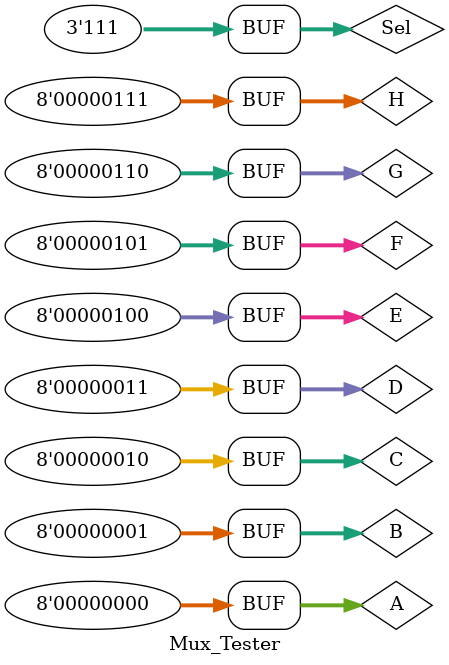
<source format=v>
`timescale 1ns / 1ps


module Mux_Tester;

	// Inputs
	reg [7:0] A;
	reg [7:0] B;
	reg [7:0] C;
	reg [7:0] D;
	reg [7:0] E;
	reg [7:0] F;
	reg [7:0] G;
	reg [7:0] H;
	reg [2:0] Sel;

	// Outputs
	wire [7:0] Y;

	// Instantiate the Unit Under Test (UUT)
	Mux8To1 uut (
		.A(A), 
		.B(B), 
		.C(C), 
		.D(D), 
		.E(E), 
		.F(F), 
		.G(G), 
		.H(H), 
		.Sel(Sel), 
		.Y(Y)
	);

	initial begin
		// Initialize Inputs
		A = 0;
		B = 1;
		C = 2;
		D = 3;
		E = 4;
		F = 5;
		G = 6;
		H = 7;
		Sel = 0;

		// Wait 100 ns for global reset to finish
		#100;
      Sel = 1;  
		// Add stimulus here
		#100;
      Sel = 7;  
	end
      
endmodule


</source>
